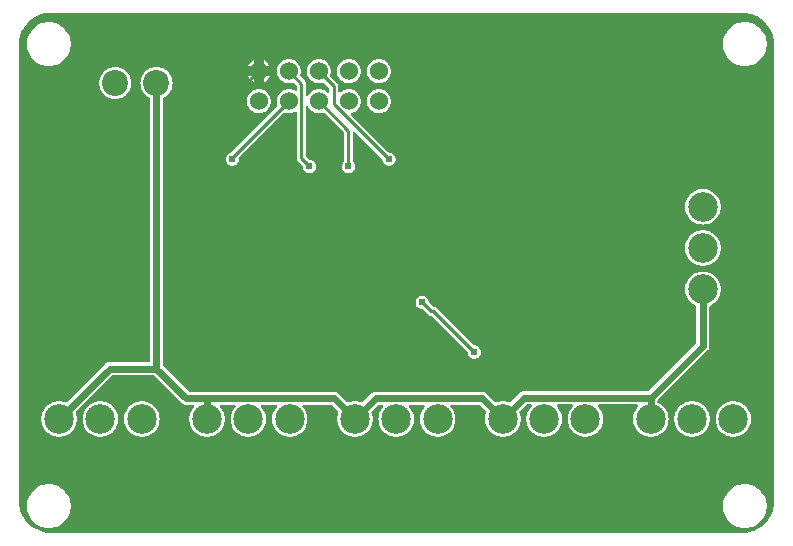
<source format=gbl>
G04 Layer: BottomLayer*
G04 EasyEDA v6.5.29, 2023-07-15 16:34:33*
G04 ff16eedd4ae041ca9ad6f45f5caac9ae,10*
G04 Gerber Generator version 0.2*
G04 Scale: 100 percent, Rotated: No, Reflected: No *
G04 Dimensions in millimeters *
G04 leading zeros omitted , absolute positions ,4 integer and 5 decimal *
%FSLAX45Y45*%
%MOMM*%

%ADD10C,0.6000*%
%ADD11C,0.2540*%
%ADD12C,2.5000*%
%ADD13C,2.2000*%
%ADD14C,1.5240*%
%ADD15C,0.6100*%
%ADD16C,0.0127*%

%LPD*%
G36*
X1519885Y4572508D02*
G01*
X1497279Y4573422D01*
X1475943Y4575962D01*
X1454810Y4580178D01*
X1434134Y4586071D01*
X1413967Y4593539D01*
X1394409Y4602581D01*
X1375664Y4613148D01*
X1357782Y4625086D01*
X1340916Y4638446D01*
X1325118Y4653076D01*
X1310538Y4668926D01*
X1297228Y4685842D01*
X1285341Y4703724D01*
X1274826Y4722520D01*
X1265834Y4742078D01*
X1258417Y4762296D01*
X1252626Y4783023D01*
X1248460Y4804105D01*
X1245971Y4825492D01*
X1245108Y4847285D01*
X1245108Y8703614D01*
X1246022Y8726170D01*
X1248562Y8747556D01*
X1252829Y8768638D01*
X1258671Y8789365D01*
X1266139Y8809532D01*
X1275181Y8829040D01*
X1285748Y8847836D01*
X1297736Y8865666D01*
X1311046Y8882583D01*
X1325676Y8898331D01*
X1341526Y8912910D01*
X1358442Y8926220D01*
X1376324Y8938158D01*
X1395120Y8948674D01*
X1414678Y8957614D01*
X1434896Y8965031D01*
X1455623Y8970873D01*
X1476705Y8975039D01*
X1498092Y8977528D01*
X1519885Y8978392D01*
X7364984Y8978392D01*
X7387590Y8977477D01*
X7408925Y8974886D01*
X7430058Y8970670D01*
X7450734Y8964777D01*
X7470952Y8957310D01*
X7490459Y8948267D01*
X7509205Y8937752D01*
X7527086Y8925763D01*
X7543952Y8912402D01*
X7559751Y8897772D01*
X7574330Y8881973D01*
X7587640Y8865057D01*
X7599578Y8847124D01*
X7610043Y8828328D01*
X7619034Y8808770D01*
X7626451Y8788603D01*
X7632242Y8767876D01*
X7636408Y8746744D01*
X7638948Y8725408D01*
X7639761Y8703614D01*
X7639761Y4847285D01*
X7638846Y4824679D01*
X7636306Y4803343D01*
X7632090Y4782210D01*
X7626197Y4761534D01*
X7618730Y4741367D01*
X7609687Y4721809D01*
X7599172Y4703064D01*
X7587183Y4685182D01*
X7573822Y4668316D01*
X7559192Y4652518D01*
X7543342Y4637938D01*
X7526426Y4624628D01*
X7508544Y4612690D01*
X7489748Y4602226D01*
X7470190Y4593234D01*
X7449972Y4585817D01*
X7429296Y4580026D01*
X7408164Y4575860D01*
X7386777Y4573371D01*
X7364984Y4572508D01*
G37*

%LPC*%
G36*
X3184804Y8528050D02*
G01*
X3232150Y8528050D01*
X3232150Y8575395D01*
X3221685Y8569655D01*
X3210712Y8561578D01*
X3200908Y8552078D01*
X3192424Y8541359D01*
X3185464Y8529624D01*
G37*
G36*
X1489202Y4614926D02*
G01*
X1507998Y4614926D01*
X1526743Y4616856D01*
X1545183Y4620615D01*
X1563166Y4626254D01*
X1580489Y4633722D01*
X1596948Y4642866D01*
X1612392Y4653584D01*
X1626666Y4665878D01*
X1639671Y4679492D01*
X1651152Y4694428D01*
X1661160Y4710379D01*
X1669440Y4727295D01*
X1675993Y4744974D01*
X1680667Y4763160D01*
X1683562Y4781804D01*
X1684477Y4800600D01*
X1683562Y4819396D01*
X1680667Y4838039D01*
X1675993Y4856226D01*
X1669440Y4873904D01*
X1661160Y4890820D01*
X1651152Y4906772D01*
X1639671Y4921707D01*
X1626666Y4935321D01*
X1612392Y4947615D01*
X1596948Y4958334D01*
X1580489Y4967478D01*
X1563166Y4974945D01*
X1545183Y4980584D01*
X1526743Y4984343D01*
X1507998Y4986274D01*
X1489202Y4986274D01*
X1470456Y4984343D01*
X1452016Y4980584D01*
X1434033Y4974945D01*
X1416710Y4967478D01*
X1400251Y4958334D01*
X1384808Y4947615D01*
X1370533Y4935321D01*
X1357528Y4921707D01*
X1346047Y4906772D01*
X1336040Y4890820D01*
X1327759Y4873904D01*
X1321206Y4856226D01*
X1316532Y4838039D01*
X1313637Y4819396D01*
X1312722Y4800600D01*
X1313637Y4781804D01*
X1316532Y4763160D01*
X1321206Y4744974D01*
X1327759Y4727295D01*
X1336040Y4710379D01*
X1346047Y4694428D01*
X1357528Y4679492D01*
X1370533Y4665878D01*
X1384808Y4653584D01*
X1400251Y4642866D01*
X1416710Y4633722D01*
X1434033Y4626254D01*
X1452016Y4620615D01*
X1470456Y4616856D01*
G37*
G36*
X1935480Y5386324D02*
G01*
X1952345Y5387238D01*
X1969058Y5390083D01*
X1985314Y5394756D01*
X2000961Y5401259D01*
X2015743Y5409438D01*
X2029561Y5419242D01*
X2042160Y5430520D01*
X2053437Y5443118D01*
X2063242Y5456936D01*
X2071420Y5471718D01*
X2077872Y5487365D01*
X2082596Y5503621D01*
X2085390Y5520283D01*
X2086356Y5537200D01*
X2085390Y5554116D01*
X2082596Y5570778D01*
X2077872Y5587034D01*
X2071420Y5602681D01*
X2063242Y5617464D01*
X2053437Y5631281D01*
X2042160Y5643880D01*
X2029561Y5655157D01*
X2015743Y5664962D01*
X2000961Y5673140D01*
X1985314Y5679643D01*
X1969058Y5684316D01*
X1952345Y5687161D01*
X1935480Y5688076D01*
X1918563Y5687161D01*
X1901901Y5684316D01*
X1885645Y5679643D01*
X1869998Y5673140D01*
X1855216Y5664962D01*
X1841398Y5655157D01*
X1828749Y5643880D01*
X1817522Y5631281D01*
X1807718Y5617464D01*
X1799539Y5602681D01*
X1793036Y5587034D01*
X1788363Y5570778D01*
X1785518Y5554116D01*
X1784553Y5537200D01*
X1785518Y5520283D01*
X1788363Y5503621D01*
X1793036Y5487365D01*
X1799539Y5471718D01*
X1807718Y5456936D01*
X1817522Y5443118D01*
X1828749Y5430520D01*
X1841398Y5419242D01*
X1855216Y5409438D01*
X1869998Y5401259D01*
X1885645Y5394756D01*
X1901901Y5390083D01*
X1918563Y5387238D01*
G37*
G36*
X2285492Y5386324D02*
G01*
X2302357Y5387238D01*
X2319070Y5390083D01*
X2335326Y5394756D01*
X2350922Y5401259D01*
X2365756Y5409438D01*
X2379573Y5419242D01*
X2392172Y5430520D01*
X2403449Y5443118D01*
X2413254Y5456936D01*
X2421432Y5471718D01*
X2427884Y5487365D01*
X2432558Y5503621D01*
X2435402Y5520283D01*
X2436368Y5537200D01*
X2435402Y5554116D01*
X2432558Y5570778D01*
X2427884Y5587034D01*
X2421432Y5602681D01*
X2413254Y5617464D01*
X2403449Y5631281D01*
X2392172Y5643880D01*
X2379573Y5655157D01*
X2365756Y5664962D01*
X2350922Y5673140D01*
X2335326Y5679643D01*
X2319070Y5684316D01*
X2302357Y5687161D01*
X2285492Y5688076D01*
X2268575Y5687161D01*
X2251913Y5684316D01*
X2235657Y5679643D01*
X2220010Y5673140D01*
X2205177Y5664962D01*
X2191410Y5655157D01*
X2178761Y5643880D01*
X2167483Y5631281D01*
X2157730Y5617464D01*
X2149500Y5602681D01*
X2143048Y5587034D01*
X2138375Y5570778D01*
X2135530Y5554116D01*
X2134565Y5537200D01*
X2135530Y5520283D01*
X2138375Y5503621D01*
X2143048Y5487365D01*
X2149500Y5471718D01*
X2157730Y5456936D01*
X2167483Y5443118D01*
X2178761Y5430520D01*
X2191410Y5419242D01*
X2205177Y5409438D01*
X2220010Y5401259D01*
X2235657Y5394756D01*
X2251913Y5390083D01*
X2268575Y5387238D01*
G37*
G36*
X6944359Y5386324D02*
G01*
X6961225Y5387238D01*
X6977938Y5390083D01*
X6994194Y5394756D01*
X7009841Y5401259D01*
X7024624Y5409438D01*
X7038441Y5419242D01*
X7051040Y5430520D01*
X7062317Y5443118D01*
X7072122Y5456936D01*
X7080300Y5471718D01*
X7086752Y5487365D01*
X7091476Y5503621D01*
X7094270Y5520283D01*
X7095236Y5537200D01*
X7094270Y5554116D01*
X7091476Y5570778D01*
X7086752Y5587034D01*
X7080300Y5602681D01*
X7072122Y5617464D01*
X7062317Y5631281D01*
X7051040Y5643880D01*
X7038441Y5655157D01*
X7024624Y5664962D01*
X7009841Y5673140D01*
X6994194Y5679643D01*
X6977938Y5684316D01*
X6961225Y5687161D01*
X6944359Y5688076D01*
X6927443Y5687161D01*
X6910781Y5684316D01*
X6894525Y5679643D01*
X6878878Y5673140D01*
X6864096Y5664962D01*
X6850278Y5655157D01*
X6837629Y5643880D01*
X6826402Y5631281D01*
X6816598Y5617464D01*
X6808419Y5602681D01*
X6801916Y5587034D01*
X6797243Y5570778D01*
X6794398Y5554116D01*
X6793433Y5537200D01*
X6794398Y5520283D01*
X6797243Y5503621D01*
X6801916Y5487365D01*
X6808419Y5471718D01*
X6816598Y5456936D01*
X6826402Y5443118D01*
X6837629Y5430520D01*
X6850278Y5419242D01*
X6864096Y5409438D01*
X6878878Y5401259D01*
X6894525Y5394756D01*
X6910781Y5390083D01*
X6927443Y5387238D01*
G37*
G36*
X7294372Y5386324D02*
G01*
X7311237Y5387238D01*
X7327950Y5390083D01*
X7344206Y5394756D01*
X7359802Y5401259D01*
X7374636Y5409438D01*
X7388453Y5419242D01*
X7401052Y5430520D01*
X7412329Y5443118D01*
X7422134Y5456936D01*
X7430312Y5471718D01*
X7436764Y5487365D01*
X7441438Y5503621D01*
X7444282Y5520283D01*
X7445248Y5537200D01*
X7444282Y5554116D01*
X7441438Y5570778D01*
X7436764Y5587034D01*
X7430312Y5602681D01*
X7422134Y5617464D01*
X7412329Y5631281D01*
X7401052Y5643880D01*
X7388453Y5655157D01*
X7374636Y5664962D01*
X7359802Y5673140D01*
X7344206Y5679643D01*
X7327950Y5684316D01*
X7311237Y5687161D01*
X7294372Y5688076D01*
X7277455Y5687161D01*
X7260793Y5684316D01*
X7244537Y5679643D01*
X7228890Y5673140D01*
X7214057Y5664962D01*
X7200290Y5655157D01*
X7187641Y5643880D01*
X7176363Y5631281D01*
X7166609Y5617464D01*
X7158380Y5602681D01*
X7151928Y5587034D01*
X7147255Y5570778D01*
X7144410Y5554116D01*
X7143445Y5537200D01*
X7144410Y5520283D01*
X7147255Y5503621D01*
X7151928Y5487365D01*
X7158380Y5471718D01*
X7166609Y5456936D01*
X7176363Y5443118D01*
X7187641Y5430520D01*
X7200290Y5419242D01*
X7214057Y5409438D01*
X7228890Y5401259D01*
X7244537Y5394756D01*
X7260793Y5390083D01*
X7277455Y5387238D01*
G37*
G36*
X1585468Y5386324D02*
G01*
X1602384Y5387238D01*
X1619046Y5390083D01*
X1635302Y5394756D01*
X1650949Y5401259D01*
X1665732Y5409438D01*
X1679549Y5419242D01*
X1692148Y5430520D01*
X1703425Y5443118D01*
X1713230Y5456936D01*
X1721408Y5471718D01*
X1727911Y5487365D01*
X1732584Y5503621D01*
X1735429Y5520283D01*
X1736343Y5537200D01*
X1735429Y5554116D01*
X1732584Y5570778D01*
X1727911Y5587034D01*
X1726539Y5590336D01*
X1725777Y5594197D01*
X1726539Y5598109D01*
X1728724Y5601411D01*
X2033168Y5905855D01*
X2036470Y5908040D01*
X2040382Y5908802D01*
X2382824Y5908802D01*
X2386736Y5908040D01*
X2390038Y5905855D01*
X2622245Y5673648D01*
X2626004Y5670194D01*
X2629865Y5667197D01*
X2633980Y5664606D01*
X2638298Y5662320D01*
X2642819Y5660491D01*
X2647442Y5659018D01*
X2652217Y5657951D01*
X2657043Y5657291D01*
X2662123Y5657088D01*
X2720086Y5657088D01*
X2723896Y5656376D01*
X2727147Y5654243D01*
X2729331Y5651093D01*
X2730246Y5647334D01*
X2729636Y5643473D01*
X2727655Y5640171D01*
X2719730Y5631281D01*
X2709926Y5617464D01*
X2701747Y5602681D01*
X2695244Y5587034D01*
X2690571Y5570778D01*
X2687726Y5554116D01*
X2686812Y5537200D01*
X2687726Y5520283D01*
X2690571Y5503621D01*
X2695244Y5487365D01*
X2701747Y5471718D01*
X2709926Y5456936D01*
X2719730Y5443118D01*
X2731008Y5430520D01*
X2743606Y5419242D01*
X2757424Y5409438D01*
X2772206Y5401259D01*
X2787853Y5394756D01*
X2804109Y5390083D01*
X2820771Y5387238D01*
X2837688Y5386324D01*
X2854604Y5387238D01*
X2871266Y5390083D01*
X2887522Y5394756D01*
X2903169Y5401259D01*
X2917952Y5409438D01*
X2931769Y5419242D01*
X2944368Y5430520D01*
X2955645Y5443118D01*
X2965450Y5456936D01*
X2973628Y5471718D01*
X2980131Y5487365D01*
X2984804Y5503621D01*
X2987649Y5520283D01*
X2988564Y5537200D01*
X2987649Y5554116D01*
X2984804Y5570778D01*
X2980131Y5587034D01*
X2973628Y5602681D01*
X2965450Y5617464D01*
X2955645Y5631281D01*
X2947720Y5640171D01*
X2945739Y5643473D01*
X2945130Y5647334D01*
X2946044Y5651093D01*
X2948228Y5654243D01*
X2951480Y5656376D01*
X2955290Y5657088D01*
X3070098Y5657088D01*
X3073857Y5656376D01*
X3077108Y5654243D01*
X3079343Y5651093D01*
X3080258Y5647334D01*
X3079648Y5643473D01*
X3077667Y5640171D01*
X3069742Y5631281D01*
X3059938Y5617464D01*
X3051759Y5602681D01*
X3045256Y5587034D01*
X3040583Y5570778D01*
X3037738Y5554116D01*
X3036773Y5537200D01*
X3037738Y5520283D01*
X3040583Y5503621D01*
X3045256Y5487365D01*
X3051759Y5471718D01*
X3059938Y5456936D01*
X3069742Y5443118D01*
X3080969Y5430520D01*
X3093618Y5419242D01*
X3107436Y5409438D01*
X3122218Y5401259D01*
X3137865Y5394756D01*
X3154121Y5390083D01*
X3170783Y5387238D01*
X3187700Y5386324D01*
X3204565Y5387238D01*
X3221278Y5390083D01*
X3237534Y5394756D01*
X3253181Y5401259D01*
X3267964Y5409438D01*
X3281781Y5419242D01*
X3294379Y5430520D01*
X3305657Y5443118D01*
X3315462Y5456936D01*
X3323640Y5471718D01*
X3330092Y5487365D01*
X3334816Y5503621D01*
X3337610Y5520283D01*
X3338576Y5537200D01*
X3337610Y5554116D01*
X3334816Y5570778D01*
X3330092Y5587034D01*
X3323640Y5602681D01*
X3315462Y5617464D01*
X3305657Y5631281D01*
X3297732Y5640171D01*
X3295751Y5643473D01*
X3295142Y5647334D01*
X3296005Y5651093D01*
X3298240Y5654243D01*
X3301492Y5656376D01*
X3305301Y5657088D01*
X3420059Y5657088D01*
X3423869Y5656376D01*
X3427120Y5654243D01*
X3429355Y5651093D01*
X3430219Y5647334D01*
X3429660Y5643473D01*
X3427679Y5640171D01*
X3419703Y5631281D01*
X3409950Y5617464D01*
X3401720Y5602681D01*
X3395268Y5587034D01*
X3390595Y5570778D01*
X3387750Y5554116D01*
X3386785Y5537200D01*
X3387750Y5520283D01*
X3390595Y5503621D01*
X3395268Y5487365D01*
X3401720Y5471718D01*
X3409950Y5456936D01*
X3419703Y5443118D01*
X3430981Y5430520D01*
X3443630Y5419242D01*
X3457397Y5409438D01*
X3472230Y5401259D01*
X3487877Y5394756D01*
X3504133Y5390083D01*
X3520795Y5387238D01*
X3537712Y5386324D01*
X3554577Y5387238D01*
X3571290Y5390083D01*
X3587546Y5394756D01*
X3603142Y5401259D01*
X3617976Y5409438D01*
X3631793Y5419242D01*
X3644392Y5430520D01*
X3655669Y5443118D01*
X3665474Y5456936D01*
X3673652Y5471718D01*
X3680104Y5487365D01*
X3684778Y5503621D01*
X3687622Y5520283D01*
X3688587Y5537200D01*
X3687622Y5554116D01*
X3684778Y5570778D01*
X3680104Y5587034D01*
X3673652Y5602681D01*
X3665474Y5617464D01*
X3655669Y5631281D01*
X3647744Y5640171D01*
X3645763Y5643473D01*
X3645154Y5647334D01*
X3646017Y5651093D01*
X3648252Y5654243D01*
X3651504Y5656376D01*
X3655314Y5657088D01*
X3886758Y5657088D01*
X3890670Y5656326D01*
X3893972Y5654141D01*
X3946651Y5601411D01*
X3948836Y5598109D01*
X3949649Y5594248D01*
X3948836Y5590336D01*
X3947464Y5587034D01*
X3942791Y5570778D01*
X3939946Y5554116D01*
X3939032Y5537200D01*
X3939946Y5520283D01*
X3942791Y5503621D01*
X3947464Y5487365D01*
X3953967Y5471718D01*
X3962146Y5456936D01*
X3971950Y5443118D01*
X3983228Y5430520D01*
X3995826Y5419242D01*
X4009644Y5409438D01*
X4024426Y5401259D01*
X4040073Y5394756D01*
X4056329Y5390083D01*
X4072991Y5387238D01*
X4089908Y5386324D01*
X4106824Y5387238D01*
X4123486Y5390083D01*
X4139742Y5394756D01*
X4155389Y5401259D01*
X4170172Y5409438D01*
X4183989Y5419242D01*
X4196588Y5430520D01*
X4207865Y5443118D01*
X4217670Y5456936D01*
X4225848Y5471718D01*
X4232351Y5487365D01*
X4237024Y5503621D01*
X4239869Y5520283D01*
X4240784Y5537200D01*
X4239869Y5554116D01*
X4237024Y5570778D01*
X4232351Y5587034D01*
X4230979Y5590336D01*
X4230217Y5594197D01*
X4230979Y5598109D01*
X4233164Y5601411D01*
X4285183Y5653379D01*
X4288485Y5655564D01*
X4292346Y5656376D01*
X4321657Y5656376D01*
X4325467Y5655614D01*
X4328668Y5653532D01*
X4330903Y5650331D01*
X4331817Y5646572D01*
X4331208Y5642762D01*
X4329226Y5639409D01*
X4321962Y5631281D01*
X4312158Y5617464D01*
X4303979Y5602681D01*
X4297476Y5587034D01*
X4292803Y5570778D01*
X4289958Y5554116D01*
X4288993Y5537200D01*
X4289958Y5520283D01*
X4292803Y5503621D01*
X4297476Y5487365D01*
X4303979Y5471718D01*
X4312158Y5456936D01*
X4321962Y5443118D01*
X4333189Y5430520D01*
X4345838Y5419242D01*
X4359656Y5409438D01*
X4374438Y5401259D01*
X4390085Y5394756D01*
X4406341Y5390083D01*
X4423003Y5387238D01*
X4439920Y5386324D01*
X4456785Y5387238D01*
X4473498Y5390083D01*
X4489754Y5394756D01*
X4505401Y5401259D01*
X4520184Y5409438D01*
X4534001Y5419242D01*
X4546600Y5430520D01*
X4557877Y5443118D01*
X4567682Y5456936D01*
X4575860Y5471718D01*
X4582312Y5487365D01*
X4587036Y5503621D01*
X4589830Y5520283D01*
X4590796Y5537200D01*
X4589830Y5554116D01*
X4587036Y5570778D01*
X4582312Y5587034D01*
X4575860Y5602681D01*
X4567682Y5617464D01*
X4557877Y5631281D01*
X4550613Y5639409D01*
X4548632Y5642762D01*
X4548022Y5646572D01*
X4548886Y5650331D01*
X4551121Y5653532D01*
X4554372Y5655614D01*
X4558182Y5656376D01*
X4671669Y5656376D01*
X4675428Y5655614D01*
X4678680Y5653532D01*
X4680915Y5650331D01*
X4681778Y5646572D01*
X4681220Y5642762D01*
X4679238Y5639409D01*
X4671923Y5631281D01*
X4662170Y5617464D01*
X4653940Y5602681D01*
X4647488Y5587034D01*
X4642815Y5570778D01*
X4639970Y5554116D01*
X4639005Y5537200D01*
X4639970Y5520283D01*
X4642815Y5503621D01*
X4647488Y5487365D01*
X4653940Y5471718D01*
X4662170Y5456936D01*
X4671923Y5443118D01*
X4683201Y5430520D01*
X4695850Y5419242D01*
X4709617Y5409438D01*
X4724450Y5401259D01*
X4740097Y5394756D01*
X4756353Y5390083D01*
X4773015Y5387238D01*
X4789932Y5386324D01*
X4806797Y5387238D01*
X4823510Y5390083D01*
X4839766Y5394756D01*
X4855362Y5401259D01*
X4870196Y5409438D01*
X4884013Y5419242D01*
X4896612Y5430520D01*
X4907889Y5443118D01*
X4917694Y5456936D01*
X4925872Y5471718D01*
X4932324Y5487365D01*
X4936998Y5503621D01*
X4939842Y5520283D01*
X4940808Y5537200D01*
X4939842Y5554116D01*
X4936998Y5570778D01*
X4932324Y5587034D01*
X4925872Y5602681D01*
X4917694Y5617464D01*
X4907889Y5631281D01*
X4900625Y5639409D01*
X4898644Y5642762D01*
X4898034Y5646572D01*
X4898898Y5650331D01*
X4901133Y5653532D01*
X4904384Y5655614D01*
X4908194Y5656376D01*
X5139740Y5656376D01*
X5143601Y5655564D01*
X5146903Y5653379D01*
X5198872Y5601411D01*
X5201056Y5598109D01*
X5201869Y5594248D01*
X5201056Y5590336D01*
X5199684Y5587034D01*
X5195011Y5570778D01*
X5192166Y5554116D01*
X5191252Y5537200D01*
X5192166Y5520283D01*
X5195011Y5503621D01*
X5199684Y5487365D01*
X5206187Y5471718D01*
X5214366Y5456936D01*
X5224170Y5443118D01*
X5235448Y5430520D01*
X5248046Y5419242D01*
X5261864Y5409438D01*
X5276646Y5401259D01*
X5292293Y5394756D01*
X5308549Y5390083D01*
X5325211Y5387238D01*
X5342128Y5386324D01*
X5359044Y5387238D01*
X5375706Y5390083D01*
X5391962Y5394756D01*
X5407609Y5401259D01*
X5422392Y5409438D01*
X5436209Y5419242D01*
X5448808Y5430520D01*
X5460085Y5443118D01*
X5469890Y5456936D01*
X5478068Y5471718D01*
X5484571Y5487365D01*
X5489244Y5503621D01*
X5492089Y5520283D01*
X5493004Y5537200D01*
X5492089Y5554116D01*
X5489244Y5570778D01*
X5484571Y5587034D01*
X5483199Y5590336D01*
X5482437Y5594197D01*
X5483199Y5598109D01*
X5485384Y5601411D01*
X5541670Y5657697D01*
X5544972Y5659882D01*
X5548884Y5660644D01*
X5577687Y5660644D01*
X5581497Y5659932D01*
X5584748Y5657799D01*
X5586984Y5654649D01*
X5587847Y5650890D01*
X5587238Y5647029D01*
X5585256Y5643727D01*
X5574182Y5631281D01*
X5564378Y5617464D01*
X5556199Y5602681D01*
X5549696Y5587034D01*
X5545023Y5570778D01*
X5542178Y5554116D01*
X5541213Y5537200D01*
X5542178Y5520283D01*
X5545023Y5503621D01*
X5549696Y5487365D01*
X5556199Y5471718D01*
X5564378Y5456936D01*
X5574182Y5443118D01*
X5585409Y5430520D01*
X5598058Y5419242D01*
X5611876Y5409438D01*
X5626658Y5401259D01*
X5642305Y5394756D01*
X5658561Y5390083D01*
X5675223Y5387238D01*
X5692140Y5386324D01*
X5709005Y5387238D01*
X5725718Y5390083D01*
X5741974Y5394756D01*
X5757621Y5401259D01*
X5772404Y5409438D01*
X5786221Y5419242D01*
X5798820Y5430520D01*
X5810097Y5443118D01*
X5819902Y5456936D01*
X5828080Y5471718D01*
X5834532Y5487365D01*
X5839256Y5503621D01*
X5842050Y5520283D01*
X5843016Y5537200D01*
X5842050Y5554116D01*
X5839256Y5570778D01*
X5834532Y5587034D01*
X5828080Y5602681D01*
X5819902Y5617464D01*
X5810097Y5631281D01*
X5798972Y5643727D01*
X5796991Y5647029D01*
X5796432Y5650890D01*
X5797296Y5654649D01*
X5799531Y5657799D01*
X5802782Y5659932D01*
X5806541Y5660644D01*
X5927699Y5660644D01*
X5931509Y5659932D01*
X5934760Y5657799D01*
X5936996Y5654649D01*
X5937859Y5650890D01*
X5937250Y5647029D01*
X5935268Y5643727D01*
X5924143Y5631281D01*
X5914390Y5617464D01*
X5906160Y5602681D01*
X5899708Y5587034D01*
X5895035Y5570778D01*
X5892190Y5554116D01*
X5891225Y5537200D01*
X5892190Y5520283D01*
X5895035Y5503621D01*
X5899708Y5487365D01*
X5906160Y5471718D01*
X5914390Y5456936D01*
X5924143Y5443118D01*
X5935421Y5430520D01*
X5948070Y5419242D01*
X5961837Y5409438D01*
X5976670Y5401259D01*
X5992317Y5394756D01*
X6008573Y5390083D01*
X6025235Y5387238D01*
X6042152Y5386324D01*
X6059017Y5387238D01*
X6075730Y5390083D01*
X6091986Y5394756D01*
X6107582Y5401259D01*
X6122416Y5409438D01*
X6136233Y5419242D01*
X6148832Y5430520D01*
X6160109Y5443118D01*
X6169914Y5456936D01*
X6178092Y5471718D01*
X6184544Y5487365D01*
X6189218Y5503621D01*
X6192062Y5520283D01*
X6193028Y5537200D01*
X6192062Y5554116D01*
X6189218Y5570778D01*
X6184544Y5587034D01*
X6178092Y5602681D01*
X6169914Y5617464D01*
X6160109Y5631281D01*
X6148984Y5643727D01*
X6147003Y5647029D01*
X6146393Y5650890D01*
X6147308Y5654649D01*
X6149492Y5657799D01*
X6152743Y5659932D01*
X6156553Y5660644D01*
X6479895Y5660644D01*
X6483705Y5659932D01*
X6486956Y5657799D01*
X6489192Y5654649D01*
X6490055Y5650890D01*
X6489496Y5647029D01*
X6487515Y5643727D01*
X6476390Y5631281D01*
X6466586Y5617464D01*
X6458407Y5602681D01*
X6451904Y5587034D01*
X6447231Y5570778D01*
X6444386Y5554116D01*
X6443472Y5537200D01*
X6444386Y5520283D01*
X6447231Y5503621D01*
X6451904Y5487365D01*
X6458407Y5471718D01*
X6466586Y5456936D01*
X6476390Y5443118D01*
X6487668Y5430520D01*
X6500266Y5419242D01*
X6514084Y5409438D01*
X6528866Y5401259D01*
X6544513Y5394756D01*
X6560769Y5390083D01*
X6577431Y5387238D01*
X6594348Y5386324D01*
X6611264Y5387238D01*
X6627926Y5390083D01*
X6644182Y5394756D01*
X6659829Y5401259D01*
X6674612Y5409438D01*
X6688429Y5419242D01*
X6701028Y5430520D01*
X6712305Y5443118D01*
X6722109Y5456936D01*
X6730288Y5471718D01*
X6736791Y5487365D01*
X6741464Y5503621D01*
X6744309Y5520283D01*
X6745224Y5537200D01*
X6744309Y5554116D01*
X6741464Y5570778D01*
X6736791Y5587034D01*
X6730288Y5602681D01*
X6722109Y5617464D01*
X6712305Y5631281D01*
X6701028Y5643880D01*
X6688429Y5655157D01*
X6674612Y5664962D01*
X6659829Y5673140D01*
X6656578Y5674512D01*
X6653275Y5676696D01*
X6651040Y5679998D01*
X6650278Y5683910D01*
X6650278Y5689193D01*
X6651040Y5693054D01*
X6653275Y5696356D01*
X7075170Y6118301D01*
X7078624Y6122060D01*
X7081570Y6125921D01*
X7084212Y6130036D01*
X7086447Y6134354D01*
X7088327Y6138875D01*
X7089800Y6143498D01*
X7090867Y6148273D01*
X7091476Y6153099D01*
X7091730Y6158230D01*
X7091730Y6488277D01*
X7092492Y6492189D01*
X7094677Y6495491D01*
X7097979Y6497675D01*
X7101281Y6499047D01*
X7116064Y6507226D01*
X7129881Y6517030D01*
X7142480Y6528307D01*
X7153757Y6540906D01*
X7163562Y6554724D01*
X7171740Y6569506D01*
X7178243Y6585153D01*
X7182916Y6601409D01*
X7185761Y6618071D01*
X7186675Y6634988D01*
X7185761Y6651904D01*
X7182916Y6668566D01*
X7178243Y6684822D01*
X7171740Y6700469D01*
X7163562Y6715252D01*
X7153757Y6729069D01*
X7142480Y6741668D01*
X7129881Y6752945D01*
X7116064Y6762750D01*
X7101281Y6770928D01*
X7085634Y6777431D01*
X7069378Y6782104D01*
X7052716Y6784949D01*
X7035800Y6785864D01*
X7018883Y6784949D01*
X7002221Y6782104D01*
X6985965Y6777431D01*
X6970318Y6770928D01*
X6955536Y6762750D01*
X6941718Y6752945D01*
X6929120Y6741668D01*
X6917842Y6729069D01*
X6908038Y6715252D01*
X6899859Y6700469D01*
X6893356Y6684822D01*
X6888683Y6668566D01*
X6885838Y6651904D01*
X6884924Y6634988D01*
X6885838Y6618071D01*
X6888683Y6601409D01*
X6893356Y6585153D01*
X6899859Y6569506D01*
X6908038Y6554724D01*
X6917842Y6540906D01*
X6929120Y6528307D01*
X6941718Y6517030D01*
X6955536Y6507226D01*
X6970318Y6499047D01*
X6973620Y6497675D01*
X6976922Y6495491D01*
X6979107Y6492189D01*
X6979869Y6488277D01*
X6979869Y6185357D01*
X6979107Y6181445D01*
X6976922Y6178143D01*
X6574180Y5775452D01*
X6570878Y5773216D01*
X6567017Y5772454D01*
X5521706Y5772454D01*
X5516626Y5772251D01*
X5511800Y5771591D01*
X5507024Y5770575D01*
X5502402Y5769102D01*
X5497880Y5767222D01*
X5493562Y5764987D01*
X5489448Y5762345D01*
X5485587Y5759399D01*
X5481828Y5755944D01*
X5406339Y5680456D01*
X5403037Y5678271D01*
X5399176Y5677458D01*
X5395264Y5678271D01*
X5391962Y5679643D01*
X5375706Y5684316D01*
X5359044Y5687161D01*
X5342128Y5688076D01*
X5325211Y5687161D01*
X5308549Y5684316D01*
X5292293Y5679643D01*
X5289042Y5678271D01*
X5285130Y5677509D01*
X5281269Y5678271D01*
X5277967Y5680456D01*
X5206796Y5751626D01*
X5203037Y5755081D01*
X5199176Y5758078D01*
X5195062Y5760669D01*
X5190744Y5762904D01*
X5186222Y5764784D01*
X5181549Y5766257D01*
X5176824Y5767324D01*
X5171948Y5767933D01*
X5166868Y5768187D01*
X4265218Y5768187D01*
X4260138Y5767933D01*
X4255262Y5767324D01*
X4250537Y5766257D01*
X4245864Y5764784D01*
X4241342Y5762904D01*
X4237024Y5760669D01*
X4232910Y5758078D01*
X4229049Y5755081D01*
X4225290Y5751626D01*
X4154119Y5680456D01*
X4150817Y5678271D01*
X4146956Y5677458D01*
X4143044Y5678271D01*
X4139742Y5679643D01*
X4123486Y5684316D01*
X4106824Y5687161D01*
X4089908Y5688076D01*
X4072991Y5687161D01*
X4056329Y5684316D01*
X4040073Y5679643D01*
X4036822Y5678271D01*
X4032910Y5677509D01*
X4029049Y5678271D01*
X4025747Y5680456D01*
X3953814Y5752388D01*
X3950055Y5755843D01*
X3946194Y5758789D01*
X3942079Y5761431D01*
X3937762Y5763666D01*
X3933240Y5765546D01*
X3928618Y5767019D01*
X3923842Y5768035D01*
X3919016Y5768695D01*
X3913936Y5768898D01*
X2689301Y5768898D01*
X2685389Y5769660D01*
X2682087Y5771896D01*
X2469083Y5984900D01*
X2466898Y5988202D01*
X2466136Y5992063D01*
X2466136Y8252002D01*
X2466797Y8255660D01*
X2468727Y8258809D01*
X2471724Y8261096D01*
X2478125Y8264296D01*
X2491333Y8272983D01*
X2503474Y8283143D01*
X2514295Y8294674D01*
X2523744Y8307324D01*
X2531618Y8320989D01*
X2537917Y8335518D01*
X2542438Y8350656D01*
X2545181Y8366201D01*
X2546096Y8382000D01*
X2545181Y8397798D01*
X2542438Y8413343D01*
X2537917Y8428482D01*
X2531618Y8443010D01*
X2523744Y8456676D01*
X2514295Y8469325D01*
X2503474Y8480856D01*
X2491333Y8491016D01*
X2478125Y8499703D01*
X2464003Y8506764D01*
X2449169Y8512200D01*
X2433777Y8515807D01*
X2418080Y8517636D01*
X2402281Y8517636D01*
X2386584Y8515807D01*
X2371242Y8512200D01*
X2356358Y8506764D01*
X2342235Y8499703D01*
X2329078Y8491016D01*
X2316937Y8480856D01*
X2306116Y8469325D01*
X2296668Y8456676D01*
X2288743Y8443010D01*
X2282494Y8428482D01*
X2277973Y8413343D01*
X2275230Y8397798D01*
X2274316Y8382000D01*
X2275230Y8366201D01*
X2277973Y8350656D01*
X2282494Y8335518D01*
X2288743Y8320989D01*
X2296668Y8307324D01*
X2306116Y8294674D01*
X2316937Y8283143D01*
X2329078Y8272983D01*
X2342235Y8264296D01*
X2348687Y8261096D01*
X2351684Y8258809D01*
X2353614Y8255660D01*
X2354275Y8252002D01*
X2354275Y6030772D01*
X2353513Y6026912D01*
X2351328Y6023610D01*
X2348026Y6021374D01*
X2344115Y6020612D01*
X2013204Y6020612D01*
X2008124Y6020409D01*
X2003298Y6019749D01*
X1998522Y6018733D01*
X1993900Y6017260D01*
X1989378Y6015380D01*
X1985060Y6013145D01*
X1980946Y6010503D01*
X1977085Y6007557D01*
X1973325Y6004102D01*
X1649679Y5680456D01*
X1646377Y5678271D01*
X1642516Y5677458D01*
X1638604Y5678271D01*
X1635302Y5679643D01*
X1619046Y5684316D01*
X1602384Y5687161D01*
X1585468Y5688076D01*
X1568551Y5687161D01*
X1551889Y5684316D01*
X1535633Y5679643D01*
X1519986Y5673140D01*
X1505204Y5664962D01*
X1491386Y5655157D01*
X1478788Y5643880D01*
X1467510Y5631281D01*
X1457706Y5617464D01*
X1449527Y5602681D01*
X1443024Y5587034D01*
X1438351Y5570778D01*
X1435506Y5554116D01*
X1434592Y5537200D01*
X1435506Y5520283D01*
X1438351Y5503621D01*
X1443024Y5487365D01*
X1449527Y5471718D01*
X1457706Y5456936D01*
X1467510Y5443118D01*
X1478788Y5430520D01*
X1491386Y5419242D01*
X1505204Y5409438D01*
X1519986Y5401259D01*
X1535633Y5394756D01*
X1551889Y5390083D01*
X1568551Y5387238D01*
G37*
G36*
X3321050Y8528050D02*
G01*
X3368243Y8528050D01*
X3364433Y8535619D01*
X3356711Y8546846D01*
X3347567Y8557006D01*
X3337153Y8565794D01*
X3325672Y8573109D01*
X3321050Y8575243D01*
G37*
G36*
X1489202Y8526526D02*
G01*
X1507998Y8526526D01*
X1526743Y8528456D01*
X1545183Y8532215D01*
X1563166Y8537854D01*
X1580489Y8545322D01*
X1596948Y8554466D01*
X1612392Y8565184D01*
X1626666Y8577478D01*
X1639671Y8591092D01*
X1651152Y8606028D01*
X1661160Y8621979D01*
X1669440Y8638895D01*
X1675993Y8656574D01*
X1680667Y8674760D01*
X1683562Y8693404D01*
X1684477Y8712200D01*
X1683562Y8730996D01*
X1680667Y8749639D01*
X1675993Y8767826D01*
X1669440Y8785504D01*
X1661160Y8802420D01*
X1651152Y8818372D01*
X1639671Y8833307D01*
X1626666Y8846921D01*
X1612392Y8859215D01*
X1596948Y8869934D01*
X1580489Y8879078D01*
X1563166Y8886545D01*
X1545183Y8892184D01*
X1526743Y8895943D01*
X1507998Y8897874D01*
X1489202Y8897874D01*
X1470456Y8895943D01*
X1452016Y8892184D01*
X1434033Y8886545D01*
X1416710Y8879078D01*
X1400251Y8869934D01*
X1384808Y8859215D01*
X1370533Y8846921D01*
X1357528Y8833307D01*
X1346047Y8818372D01*
X1336040Y8802420D01*
X1327759Y8785504D01*
X1321206Y8767826D01*
X1316532Y8749639D01*
X1313637Y8730996D01*
X1312722Y8712200D01*
X1313637Y8693404D01*
X1316532Y8674760D01*
X1321206Y8656574D01*
X1327759Y8638895D01*
X1336040Y8621979D01*
X1346047Y8606028D01*
X1357528Y8591092D01*
X1370533Y8577478D01*
X1384808Y8565184D01*
X1400251Y8554466D01*
X1416710Y8545322D01*
X1434033Y8537854D01*
X1452016Y8532215D01*
X1470456Y8528456D01*
G37*
G36*
X7382002Y8526526D02*
G01*
X7400798Y8526526D01*
X7419543Y8528456D01*
X7437983Y8532215D01*
X7455966Y8537854D01*
X7473289Y8545322D01*
X7489748Y8554466D01*
X7505192Y8565184D01*
X7519466Y8577478D01*
X7532471Y8591092D01*
X7543952Y8606028D01*
X7553959Y8621979D01*
X7562240Y8638895D01*
X7568793Y8656574D01*
X7573467Y8674760D01*
X7576362Y8693404D01*
X7577277Y8712200D01*
X7576362Y8730996D01*
X7573467Y8749639D01*
X7568793Y8767826D01*
X7562240Y8785504D01*
X7553959Y8802420D01*
X7543952Y8818372D01*
X7532471Y8833307D01*
X7519466Y8846921D01*
X7505192Y8859215D01*
X7489748Y8869934D01*
X7473289Y8879078D01*
X7455966Y8886545D01*
X7437983Y8892184D01*
X7419543Y8895943D01*
X7400798Y8897874D01*
X7382002Y8897874D01*
X7363256Y8895943D01*
X7344816Y8892184D01*
X7326833Y8886545D01*
X7309510Y8879078D01*
X7293051Y8869934D01*
X7277608Y8859215D01*
X7263333Y8846921D01*
X7250328Y8833307D01*
X7238847Y8818372D01*
X7228840Y8802420D01*
X7220559Y8785504D01*
X7214006Y8767826D01*
X7209332Y8749639D01*
X7206437Y8730996D01*
X7205522Y8712200D01*
X7206437Y8693404D01*
X7209332Y8674760D01*
X7214006Y8656574D01*
X7220559Y8638895D01*
X7228840Y8621979D01*
X7238847Y8606028D01*
X7250328Y8591092D01*
X7263333Y8577478D01*
X7277608Y8565184D01*
X7293051Y8554466D01*
X7309510Y8545322D01*
X7326833Y8537854D01*
X7344816Y8532215D01*
X7363256Y8528456D01*
G37*
G36*
X3321050Y8391956D02*
G01*
X3325672Y8394090D01*
X3337153Y8401405D01*
X3347567Y8410194D01*
X3356711Y8420354D01*
X3364433Y8431580D01*
X3368243Y8439150D01*
X3321050Y8439150D01*
G37*
G36*
X3232150Y8391804D02*
G01*
X3232150Y8439150D01*
X3184804Y8439150D01*
X3185464Y8437575D01*
X3192424Y8425840D01*
X3200908Y8415121D01*
X3210712Y8405622D01*
X3221685Y8397544D01*
G37*
G36*
X4289196Y8381593D02*
G01*
X4302810Y8382050D01*
X4316272Y8384286D01*
X4329277Y8388350D01*
X4341672Y8394090D01*
X4353153Y8401405D01*
X4363567Y8410194D01*
X4372711Y8420354D01*
X4380433Y8431580D01*
X4386580Y8443722D01*
X4391050Y8456625D01*
X4393793Y8469985D01*
X4394708Y8483600D01*
X4393793Y8497214D01*
X4391050Y8510574D01*
X4386580Y8523478D01*
X4380433Y8535619D01*
X4372711Y8546846D01*
X4363567Y8557006D01*
X4353153Y8565794D01*
X4341672Y8573109D01*
X4329277Y8578850D01*
X4316272Y8582914D01*
X4302810Y8585149D01*
X4289196Y8585606D01*
X4275632Y8584285D01*
X4262374Y8581085D01*
X4249623Y8576208D01*
X4237685Y8569655D01*
X4226712Y8561578D01*
X4216908Y8552078D01*
X4208424Y8541359D01*
X4201464Y8529624D01*
X4196181Y8517077D01*
X4192574Y8503920D01*
X4190746Y8490407D01*
X4190746Y8476792D01*
X4192574Y8463280D01*
X4196181Y8450122D01*
X4201464Y8437575D01*
X4208424Y8425840D01*
X4216908Y8415121D01*
X4226712Y8405622D01*
X4237685Y8397544D01*
X4249623Y8390991D01*
X4262374Y8386114D01*
X4275632Y8382914D01*
G37*
G36*
X4035196Y8381593D02*
G01*
X4048810Y8382050D01*
X4062272Y8384286D01*
X4075277Y8388350D01*
X4087672Y8394090D01*
X4099153Y8401405D01*
X4109567Y8410194D01*
X4118711Y8420354D01*
X4126433Y8431580D01*
X4132579Y8443722D01*
X4137050Y8456625D01*
X4139793Y8469985D01*
X4140708Y8483600D01*
X4139793Y8497214D01*
X4137050Y8510574D01*
X4132579Y8523478D01*
X4126433Y8535619D01*
X4118711Y8546846D01*
X4109567Y8557006D01*
X4099153Y8565794D01*
X4087672Y8573109D01*
X4075277Y8578850D01*
X4062272Y8582914D01*
X4048810Y8585149D01*
X4035196Y8585606D01*
X4021632Y8584285D01*
X4008374Y8581085D01*
X3995623Y8576208D01*
X3983685Y8569655D01*
X3972712Y8561578D01*
X3962908Y8552078D01*
X3954424Y8541359D01*
X3947464Y8529624D01*
X3942181Y8517077D01*
X3938574Y8503920D01*
X3936746Y8490407D01*
X3936746Y8476792D01*
X3938574Y8463280D01*
X3942181Y8450122D01*
X3947464Y8437575D01*
X3954424Y8425840D01*
X3962908Y8415121D01*
X3972712Y8405622D01*
X3983685Y8397544D01*
X3995623Y8390991D01*
X4008374Y8386114D01*
X4021632Y8382914D01*
G37*
G36*
X2052320Y8246364D02*
G01*
X2068118Y8246364D01*
X2083816Y8248192D01*
X2099157Y8251799D01*
X2114042Y8257235D01*
X2128164Y8264296D01*
X2141372Y8272983D01*
X2153462Y8283143D01*
X2164283Y8294674D01*
X2173732Y8307324D01*
X2181656Y8320989D01*
X2187905Y8335518D01*
X2192426Y8350656D01*
X2195169Y8366201D01*
X2196084Y8382000D01*
X2195169Y8397798D01*
X2192426Y8413343D01*
X2187905Y8428482D01*
X2181656Y8443010D01*
X2173732Y8456676D01*
X2164283Y8469325D01*
X2153462Y8480856D01*
X2141372Y8491016D01*
X2128164Y8499703D01*
X2114042Y8506764D01*
X2099157Y8512200D01*
X2083816Y8515807D01*
X2068118Y8517636D01*
X2052320Y8517636D01*
X2036622Y8515807D01*
X2021230Y8512200D01*
X2006396Y8506764D01*
X1992274Y8499703D01*
X1979066Y8491016D01*
X1966925Y8480856D01*
X1956104Y8469325D01*
X1946656Y8456676D01*
X1938782Y8443010D01*
X1932533Y8428482D01*
X1927961Y8413343D01*
X1925218Y8397798D01*
X1924304Y8382000D01*
X1925218Y8366201D01*
X1927961Y8350656D01*
X1932533Y8335518D01*
X1938782Y8320989D01*
X1946656Y8307324D01*
X1956104Y8294674D01*
X1966925Y8283143D01*
X1979066Y8272983D01*
X1992274Y8264296D01*
X2006396Y8257235D01*
X2021230Y8251799D01*
X2036622Y8248192D01*
G37*
G36*
X4289196Y8127593D02*
G01*
X4302810Y8128050D01*
X4316272Y8130286D01*
X4329277Y8134350D01*
X4341672Y8140090D01*
X4353153Y8147405D01*
X4363567Y8156194D01*
X4372711Y8166353D01*
X4380433Y8177580D01*
X4386580Y8189722D01*
X4391050Y8202625D01*
X4393793Y8215985D01*
X4394708Y8229600D01*
X4393793Y8243214D01*
X4391050Y8256574D01*
X4386580Y8269478D01*
X4380433Y8281619D01*
X4372711Y8292846D01*
X4363567Y8303006D01*
X4353153Y8311794D01*
X4341672Y8319109D01*
X4329277Y8324850D01*
X4316272Y8328914D01*
X4302810Y8331149D01*
X4289196Y8331606D01*
X4275632Y8330285D01*
X4262374Y8327085D01*
X4249623Y8322208D01*
X4237685Y8315655D01*
X4226712Y8307578D01*
X4216908Y8298078D01*
X4208424Y8287359D01*
X4201464Y8275624D01*
X4196181Y8263077D01*
X4192574Y8249920D01*
X4190746Y8236407D01*
X4190746Y8222792D01*
X4192574Y8209280D01*
X4196181Y8196122D01*
X4201464Y8183575D01*
X4208424Y8171840D01*
X4216908Y8161121D01*
X4226712Y8151622D01*
X4237685Y8143544D01*
X4249623Y8136991D01*
X4262374Y8132114D01*
X4275632Y8128914D01*
G37*
G36*
X3273196Y8127593D02*
G01*
X3286810Y8128050D01*
X3300272Y8130286D01*
X3313277Y8134350D01*
X3325672Y8140090D01*
X3337153Y8147405D01*
X3347567Y8156194D01*
X3356711Y8166353D01*
X3364433Y8177580D01*
X3370579Y8189722D01*
X3375050Y8202625D01*
X3377793Y8215985D01*
X3378708Y8229600D01*
X3377793Y8243214D01*
X3375050Y8256574D01*
X3370579Y8269478D01*
X3364433Y8281619D01*
X3356711Y8292846D01*
X3347567Y8303006D01*
X3337153Y8311794D01*
X3325672Y8319109D01*
X3313277Y8324850D01*
X3300272Y8328914D01*
X3286810Y8331149D01*
X3273196Y8331606D01*
X3259632Y8330285D01*
X3246374Y8327085D01*
X3233623Y8322208D01*
X3221685Y8315655D01*
X3210712Y8307578D01*
X3200908Y8298078D01*
X3192424Y8287359D01*
X3185464Y8275624D01*
X3180181Y8263077D01*
X3176574Y8249920D01*
X3174746Y8236407D01*
X3174746Y8222792D01*
X3176574Y8209280D01*
X3180181Y8196122D01*
X3185464Y8183575D01*
X3192424Y8171840D01*
X3200908Y8161121D01*
X3210712Y8151622D01*
X3221685Y8143544D01*
X3233623Y8136991D01*
X3246374Y8132114D01*
X3259632Y8128914D01*
G37*
G36*
X3705250Y7620965D02*
G01*
X3715004Y7621778D01*
X3724503Y7624318D01*
X3733393Y7628483D01*
X3741470Y7634122D01*
X3748430Y7641081D01*
X3754018Y7649108D01*
X3758184Y7658049D01*
X3760724Y7667498D01*
X3761587Y7677302D01*
X3760724Y7687106D01*
X3758184Y7696606D01*
X3754018Y7705496D01*
X3748430Y7713522D01*
X3741470Y7720482D01*
X3733393Y7726121D01*
X3724503Y7730286D01*
X3715004Y7732826D01*
X3706977Y7733538D01*
X3703574Y7734452D01*
X3700678Y7736484D01*
X3678631Y7758531D01*
X3676396Y7761833D01*
X3675634Y7765694D01*
X3675634Y8176615D01*
X3676599Y8180882D01*
X3679240Y8184388D01*
X3683101Y8186420D01*
X3687470Y8186623D01*
X3691534Y8184997D01*
X3694531Y8181797D01*
X3700424Y8171840D01*
X3708908Y8161121D01*
X3718712Y8151622D01*
X3729685Y8143544D01*
X3741623Y8136991D01*
X3754374Y8132114D01*
X3767632Y8128914D01*
X3781196Y8127593D01*
X3794810Y8128050D01*
X3808272Y8130286D01*
X3818483Y8133486D01*
X3822090Y8133892D01*
X3825646Y8133029D01*
X3828643Y8130946D01*
X3993591Y7965998D01*
X3995826Y7962696D01*
X3996588Y7958836D01*
X3996588Y7722311D01*
X3995826Y7718450D01*
X3993591Y7715148D01*
X3992016Y7713522D01*
X3986377Y7705496D01*
X3982212Y7696606D01*
X3979672Y7687106D01*
X3978808Y7677302D01*
X3979672Y7667498D01*
X3982212Y7658049D01*
X3986377Y7649108D01*
X3992016Y7641081D01*
X3998976Y7634122D01*
X4007002Y7628483D01*
X4015892Y7624318D01*
X4025392Y7621778D01*
X4035196Y7620965D01*
X4045000Y7621778D01*
X4054500Y7624318D01*
X4063390Y7628483D01*
X4071416Y7634122D01*
X4078376Y7641081D01*
X4084015Y7649108D01*
X4088180Y7658049D01*
X4090720Y7667498D01*
X4091584Y7677302D01*
X4090720Y7687106D01*
X4088180Y7696606D01*
X4084015Y7705496D01*
X4078376Y7713522D01*
X4076801Y7715148D01*
X4074566Y7718450D01*
X4073804Y7722311D01*
X4073804Y7963865D01*
X4074566Y7967776D01*
X4076801Y7971028D01*
X4080052Y7973263D01*
X4083964Y7974025D01*
X4087876Y7973263D01*
X4091127Y7971028D01*
X4319574Y7742631D01*
X4321606Y7739735D01*
X4322521Y7736331D01*
X4323232Y7728254D01*
X4325772Y7718806D01*
X4329938Y7709865D01*
X4335526Y7701838D01*
X4342485Y7694879D01*
X4350562Y7689240D01*
X4359452Y7685074D01*
X4368952Y7682534D01*
X4378706Y7681722D01*
X4388510Y7682534D01*
X4398010Y7685074D01*
X4406900Y7689240D01*
X4414977Y7694879D01*
X4421936Y7701838D01*
X4427524Y7709865D01*
X4431690Y7718806D01*
X4434230Y7728254D01*
X4435094Y7738059D01*
X4434230Y7747863D01*
X4431690Y7757363D01*
X4427524Y7766253D01*
X4421936Y7774279D01*
X4414977Y7781239D01*
X4406900Y7786878D01*
X4398010Y7791043D01*
X4388510Y7793583D01*
X4380484Y7794294D01*
X4377080Y7795209D01*
X4374184Y7797241D01*
X4058005Y8113369D01*
X4055719Y8116874D01*
X4055059Y8120938D01*
X4056024Y8124952D01*
X4058564Y8128253D01*
X4062171Y8130286D01*
X4075277Y8134350D01*
X4087672Y8140090D01*
X4099153Y8147405D01*
X4109567Y8156194D01*
X4118711Y8166353D01*
X4126433Y8177580D01*
X4132579Y8189722D01*
X4137050Y8202625D01*
X4139793Y8215985D01*
X4140708Y8229600D01*
X4139793Y8243214D01*
X4137050Y8256574D01*
X4132579Y8269478D01*
X4126433Y8281619D01*
X4118711Y8292846D01*
X4109567Y8303006D01*
X4099153Y8311794D01*
X4087672Y8319109D01*
X4075277Y8324850D01*
X4062272Y8328914D01*
X4048810Y8331149D01*
X4035196Y8331606D01*
X4021632Y8330285D01*
X4008374Y8327085D01*
X3995623Y8322208D01*
X3983685Y8315655D01*
X3972712Y8307578D01*
X3967429Y8302447D01*
X3964127Y8300313D01*
X3960266Y8299602D01*
X3956405Y8300415D01*
X3953154Y8302650D01*
X3950970Y8305901D01*
X3950208Y8309762D01*
X3950208Y8356092D01*
X3949395Y8364118D01*
X3947210Y8371382D01*
X3943654Y8378037D01*
X3938524Y8384235D01*
X3883202Y8439607D01*
X3881069Y8442706D01*
X3880256Y8446363D01*
X3880815Y8450122D01*
X3883050Y8456625D01*
X3885793Y8469985D01*
X3886708Y8483600D01*
X3885793Y8497214D01*
X3883050Y8510574D01*
X3878579Y8523478D01*
X3872433Y8535619D01*
X3864711Y8546846D01*
X3855567Y8557006D01*
X3845153Y8565794D01*
X3833672Y8573109D01*
X3821277Y8578850D01*
X3808272Y8582914D01*
X3794810Y8585149D01*
X3781196Y8585606D01*
X3767632Y8584285D01*
X3754374Y8581085D01*
X3741623Y8576208D01*
X3729685Y8569655D01*
X3718712Y8561578D01*
X3708908Y8552078D01*
X3700424Y8541359D01*
X3693464Y8529624D01*
X3688181Y8517077D01*
X3684574Y8503920D01*
X3682746Y8490407D01*
X3682746Y8476792D01*
X3684574Y8463280D01*
X3688181Y8450122D01*
X3693464Y8437575D01*
X3700424Y8425840D01*
X3708908Y8415121D01*
X3718712Y8405622D01*
X3729685Y8397544D01*
X3741623Y8390991D01*
X3754374Y8386114D01*
X3767632Y8382914D01*
X3781196Y8381593D01*
X3794810Y8382050D01*
X3808272Y8384286D01*
X3818483Y8387486D01*
X3822090Y8387892D01*
X3825646Y8387029D01*
X3828643Y8384946D01*
X3869994Y8343595D01*
X3872229Y8340293D01*
X3872992Y8336432D01*
X3872992Y8310118D01*
X3872280Y8306358D01*
X3870198Y8303107D01*
X3867099Y8300872D01*
X3863390Y8299958D01*
X3859580Y8300466D01*
X3856278Y8302345D01*
X3845153Y8311794D01*
X3833672Y8319109D01*
X3821277Y8324850D01*
X3808272Y8328914D01*
X3794810Y8331149D01*
X3781196Y8331606D01*
X3767632Y8330285D01*
X3754374Y8327085D01*
X3741623Y8322208D01*
X3729685Y8315655D01*
X3718712Y8307578D01*
X3708908Y8298078D01*
X3700424Y8287359D01*
X3694531Y8277402D01*
X3691534Y8274202D01*
X3687470Y8272576D01*
X3683101Y8272780D01*
X3679240Y8274812D01*
X3676599Y8278317D01*
X3675634Y8282584D01*
X3675634Y8376666D01*
X3674821Y8384692D01*
X3672636Y8391956D01*
X3669080Y8398611D01*
X3663950Y8404809D01*
X3629202Y8439607D01*
X3627069Y8442706D01*
X3626256Y8446363D01*
X3626815Y8450122D01*
X3629050Y8456625D01*
X3631793Y8469985D01*
X3632708Y8483600D01*
X3631793Y8497214D01*
X3629050Y8510574D01*
X3624579Y8523478D01*
X3618433Y8535619D01*
X3610711Y8546846D01*
X3601567Y8557006D01*
X3591153Y8565794D01*
X3579672Y8573109D01*
X3567277Y8578850D01*
X3554272Y8582914D01*
X3540810Y8585149D01*
X3527196Y8585606D01*
X3513632Y8584285D01*
X3500374Y8581085D01*
X3487623Y8576208D01*
X3475685Y8569655D01*
X3464712Y8561578D01*
X3454908Y8552078D01*
X3446424Y8541359D01*
X3439464Y8529624D01*
X3434181Y8517077D01*
X3430574Y8503920D01*
X3428746Y8490407D01*
X3428746Y8476792D01*
X3430574Y8463280D01*
X3434181Y8450122D01*
X3439464Y8437575D01*
X3446424Y8425840D01*
X3454908Y8415121D01*
X3464712Y8405622D01*
X3475685Y8397544D01*
X3487623Y8390991D01*
X3500374Y8386114D01*
X3513632Y8382914D01*
X3527196Y8381593D01*
X3540810Y8382050D01*
X3554272Y8384286D01*
X3564483Y8387486D01*
X3568090Y8387892D01*
X3571646Y8387029D01*
X3574643Y8384946D01*
X3595420Y8364169D01*
X3597656Y8360867D01*
X3598418Y8357006D01*
X3598418Y8325713D01*
X3597503Y8321497D01*
X3594912Y8318042D01*
X3591153Y8315959D01*
X3586835Y8315604D01*
X3582771Y8317128D01*
X3579672Y8319109D01*
X3567277Y8324850D01*
X3554272Y8328914D01*
X3540810Y8331149D01*
X3527196Y8331606D01*
X3513632Y8330285D01*
X3500374Y8327085D01*
X3487623Y8322208D01*
X3475685Y8315655D01*
X3464712Y8307578D01*
X3454908Y8298078D01*
X3446424Y8287359D01*
X3439464Y8275624D01*
X3434181Y8263077D01*
X3430574Y8249920D01*
X3428746Y8236407D01*
X3428746Y8222792D01*
X3430574Y8209280D01*
X3434435Y8195309D01*
X3434740Y8191753D01*
X3433826Y8188299D01*
X3431794Y8185403D01*
X3041040Y7794650D01*
X3038957Y7793075D01*
X3036519Y7792059D01*
X3032760Y7791043D01*
X3023870Y7786878D01*
X3015792Y7781239D01*
X3008833Y7774279D01*
X3003245Y7766253D01*
X2999079Y7757363D01*
X2996539Y7747863D01*
X2995676Y7738059D01*
X2996539Y7728254D01*
X2999079Y7718806D01*
X3003245Y7709865D01*
X3008833Y7701838D01*
X3015792Y7694879D01*
X3023870Y7689240D01*
X3032760Y7685074D01*
X3042259Y7682534D01*
X3052013Y7681722D01*
X3061817Y7682534D01*
X3071317Y7685074D01*
X3080207Y7689240D01*
X3088284Y7694879D01*
X3095244Y7701838D01*
X3100832Y7709865D01*
X3104997Y7718806D01*
X3107537Y7728254D01*
X3108401Y7738059D01*
X3107639Y7746898D01*
X3108198Y7751267D01*
X3110585Y7754975D01*
X3486556Y8130946D01*
X3489756Y8133130D01*
X3493566Y8133943D01*
X3497376Y8133232D01*
X3500374Y8132114D01*
X3513632Y8128914D01*
X3527196Y8127593D01*
X3540810Y8128050D01*
X3554272Y8130286D01*
X3567277Y8134350D01*
X3579672Y8140090D01*
X3582771Y8142071D01*
X3586835Y8143595D01*
X3591153Y8143240D01*
X3594912Y8141157D01*
X3597503Y8137702D01*
X3598418Y8133486D01*
X3598418Y7745984D01*
X3599230Y7738008D01*
X3601415Y7730744D01*
X3604971Y7724089D01*
X3610101Y7717840D01*
X3646068Y7681874D01*
X3648100Y7678978D01*
X3649014Y7675575D01*
X3649726Y7667498D01*
X3652265Y7658049D01*
X3656431Y7649108D01*
X3662019Y7641081D01*
X3668979Y7634122D01*
X3677056Y7628483D01*
X3685946Y7624318D01*
X3695446Y7621778D01*
G37*
G36*
X7035800Y7184085D02*
G01*
X7052716Y7185050D01*
X7069378Y7187895D01*
X7085634Y7192568D01*
X7101281Y7199020D01*
X7116064Y7207250D01*
X7129881Y7217003D01*
X7142480Y7228281D01*
X7153757Y7240930D01*
X7163562Y7254697D01*
X7171740Y7269530D01*
X7178243Y7285177D01*
X7182916Y7301433D01*
X7185761Y7318095D01*
X7186675Y7335012D01*
X7185761Y7351877D01*
X7182916Y7368590D01*
X7178243Y7384846D01*
X7171740Y7400442D01*
X7163562Y7415275D01*
X7153757Y7429093D01*
X7142480Y7441692D01*
X7129881Y7452969D01*
X7116064Y7462774D01*
X7101281Y7470952D01*
X7085634Y7477404D01*
X7069378Y7482078D01*
X7052716Y7484922D01*
X7035800Y7485888D01*
X7018883Y7484922D01*
X7002221Y7482078D01*
X6985965Y7477404D01*
X6970318Y7470952D01*
X6955536Y7462774D01*
X6941718Y7452969D01*
X6929120Y7441692D01*
X6917842Y7429093D01*
X6908038Y7415275D01*
X6899859Y7400442D01*
X6893356Y7384846D01*
X6888683Y7368590D01*
X6885838Y7351877D01*
X6884924Y7335012D01*
X6885838Y7318095D01*
X6888683Y7301433D01*
X6893356Y7285177D01*
X6899859Y7269530D01*
X6908038Y7254697D01*
X6917842Y7240930D01*
X6929120Y7228281D01*
X6941718Y7217003D01*
X6955536Y7207250D01*
X6970318Y7199020D01*
X6985965Y7192568D01*
X7002221Y7187895D01*
X7018883Y7185050D01*
G37*
G36*
X7382002Y4614926D02*
G01*
X7400798Y4614926D01*
X7419543Y4616856D01*
X7437983Y4620615D01*
X7455966Y4626254D01*
X7473289Y4633722D01*
X7489748Y4642866D01*
X7505192Y4653584D01*
X7519466Y4665878D01*
X7532471Y4679492D01*
X7543952Y4694428D01*
X7553959Y4710379D01*
X7562240Y4727295D01*
X7568793Y4744974D01*
X7573467Y4763160D01*
X7576362Y4781804D01*
X7577277Y4800600D01*
X7576362Y4819396D01*
X7573467Y4838039D01*
X7568793Y4856226D01*
X7562240Y4873904D01*
X7553959Y4890820D01*
X7543952Y4906772D01*
X7532471Y4921707D01*
X7519466Y4935321D01*
X7505192Y4947615D01*
X7489748Y4958334D01*
X7473289Y4967478D01*
X7455966Y4974945D01*
X7437983Y4980584D01*
X7419543Y4984343D01*
X7400798Y4986274D01*
X7382002Y4986274D01*
X7363256Y4984343D01*
X7344816Y4980584D01*
X7326833Y4974945D01*
X7309510Y4967478D01*
X7293051Y4958334D01*
X7277608Y4947615D01*
X7263333Y4935321D01*
X7250328Y4921707D01*
X7238847Y4906772D01*
X7228840Y4890820D01*
X7220559Y4873904D01*
X7214006Y4856226D01*
X7209332Y4838039D01*
X7206437Y4819396D01*
X7205522Y4800600D01*
X7206437Y4781804D01*
X7209332Y4763160D01*
X7214006Y4744974D01*
X7220559Y4727295D01*
X7228840Y4710379D01*
X7238847Y4694428D01*
X7250328Y4679492D01*
X7263333Y4665878D01*
X7277608Y4653584D01*
X7293051Y4642866D01*
X7309510Y4633722D01*
X7326833Y4626254D01*
X7344816Y4620615D01*
X7363256Y4616856D01*
G37*
G36*
X5100624Y6048502D02*
G01*
X5110429Y6049314D01*
X5119928Y6051854D01*
X5128818Y6056020D01*
X5136845Y6061659D01*
X5143804Y6068618D01*
X5149443Y6076645D01*
X5153609Y6085586D01*
X5156149Y6095034D01*
X5157012Y6104839D01*
X5156149Y6114643D01*
X5153609Y6124143D01*
X5149443Y6133033D01*
X5143804Y6141059D01*
X5136845Y6148019D01*
X5128818Y6153658D01*
X5119928Y6157823D01*
X5110429Y6160363D01*
X5102352Y6161074D01*
X5098948Y6161989D01*
X5096052Y6164021D01*
X4782159Y6477914D01*
X4775911Y6483045D01*
X4769256Y6486601D01*
X4762042Y6488785D01*
X4754016Y6489598D01*
X4750663Y6490512D01*
X4747818Y6492494D01*
X4718659Y6521653D01*
X4716678Y6524548D01*
X4715764Y6527952D01*
X4715052Y6535978D01*
X4712512Y6545478D01*
X4708347Y6554368D01*
X4702708Y6562445D01*
X4695748Y6569405D01*
X4687722Y6575044D01*
X4678832Y6579158D01*
X4669332Y6581698D01*
X4659528Y6582562D01*
X4649724Y6581698D01*
X4640224Y6579158D01*
X4631334Y6575044D01*
X4623308Y6569405D01*
X4616348Y6562445D01*
X4610709Y6554368D01*
X4606544Y6545478D01*
X4604004Y6535978D01*
X4603140Y6526225D01*
X4604004Y6516420D01*
X4606544Y6506921D01*
X4610709Y6498031D01*
X4616348Y6489954D01*
X4623308Y6483045D01*
X4631334Y6477406D01*
X4640224Y6473240D01*
X4649724Y6470700D01*
X4657801Y6469989D01*
X4661204Y6469075D01*
X4664100Y6467043D01*
X4706975Y6424168D01*
X4713325Y6418884D01*
X4719980Y6415328D01*
X4727194Y6413144D01*
X4735271Y6412382D01*
X4738573Y6411417D01*
X4741418Y6409436D01*
X5041493Y6109411D01*
X5043474Y6106515D01*
X5044389Y6103112D01*
X5045100Y6095034D01*
X5047640Y6085586D01*
X5051806Y6076645D01*
X5057444Y6068618D01*
X5064404Y6061659D01*
X5072430Y6056020D01*
X5081320Y6051854D01*
X5090820Y6049314D01*
G37*
G36*
X7035800Y6834073D02*
G01*
X7052716Y6835038D01*
X7069378Y6837883D01*
X7085634Y6842556D01*
X7101281Y6849059D01*
X7116064Y6857238D01*
X7129881Y6867042D01*
X7142480Y6878269D01*
X7153757Y6890918D01*
X7163562Y6904685D01*
X7171740Y6919518D01*
X7178243Y6935165D01*
X7182916Y6951421D01*
X7185761Y6968083D01*
X7186675Y6985000D01*
X7185761Y7001865D01*
X7182916Y7018578D01*
X7178243Y7034834D01*
X7171740Y7050481D01*
X7163562Y7065264D01*
X7153757Y7079081D01*
X7142480Y7091680D01*
X7129881Y7102957D01*
X7116064Y7112762D01*
X7101281Y7120940D01*
X7085634Y7127392D01*
X7069378Y7132116D01*
X7052716Y7134910D01*
X7035800Y7135875D01*
X7018883Y7134910D01*
X7002221Y7132116D01*
X6985965Y7127392D01*
X6970318Y7120940D01*
X6955536Y7112762D01*
X6941718Y7102957D01*
X6929120Y7091680D01*
X6917842Y7079081D01*
X6908038Y7065264D01*
X6899859Y7050481D01*
X6893356Y7034834D01*
X6888683Y7018578D01*
X6885838Y7001865D01*
X6884924Y6985000D01*
X6885838Y6968083D01*
X6888683Y6951421D01*
X6893356Y6935165D01*
X6899859Y6919518D01*
X6908038Y6904685D01*
X6917842Y6890918D01*
X6929120Y6878269D01*
X6941718Y6867042D01*
X6955536Y6857238D01*
X6970318Y6849059D01*
X6985965Y6842556D01*
X7002221Y6837883D01*
X7018883Y6835038D01*
G37*

%LPD*%
D10*
X2410206Y5964715D02*
G01*
X2013000Y5964715D01*
X1585493Y5537207D01*
X2410206Y8382007D02*
G01*
X2410206Y5964715D01*
X2410206Y5964715D02*
G01*
X2661920Y5713001D01*
X2837713Y5713001D01*
X2837713Y5713001D02*
G01*
X2837713Y5537207D01*
X2837713Y5713001D02*
G01*
X3914140Y5713001D01*
X4089933Y5537207D01*
X4089933Y5537207D02*
G01*
X4264990Y5712264D01*
X5167096Y5712264D01*
X5342153Y5537207D01*
X6594373Y5716557D02*
G01*
X5521502Y5716557D01*
X5342153Y5537207D01*
X7035800Y6634995D02*
G01*
X7035800Y6157983D01*
X6594373Y5716557D01*
X6594373Y5716557D02*
G01*
X6594373Y5537207D01*
D11*
X3784600Y8229607D02*
G01*
X4035196Y7979011D01*
X4035196Y7677310D01*
X3784600Y8483607D02*
G01*
X3911600Y8356607D01*
X3911600Y8205198D01*
X4378731Y7738066D01*
X3530600Y8229607D02*
G01*
X3052038Y7751046D01*
X3052038Y7738066D01*
X5100624Y6104846D02*
G01*
X4754499Y6450972D01*
X4734737Y6450972D01*
X4734737Y6450998D01*
X4659528Y6526207D01*
X3276600Y8483607D02*
G01*
X2934106Y8141114D01*
X2934106Y7423081D01*
X3530600Y8483607D02*
G01*
X3637025Y8377181D01*
X3637025Y7745509D01*
X3705225Y7677310D01*
D12*
G01*
X5342140Y5537200D03*
G01*
X5692127Y5537200D03*
G01*
X6042139Y5537200D03*
G01*
X6594360Y5537200D03*
G01*
X6944347Y5537200D03*
G01*
X7294359Y5537200D03*
G01*
X4089920Y5537200D03*
G01*
X4439907Y5537200D03*
G01*
X4789919Y5537200D03*
G01*
X1585480Y5537200D03*
G01*
X1935467Y5537200D03*
G01*
X2285479Y5537200D03*
G01*
X7035800Y6635000D03*
G01*
X7035800Y6984987D03*
G01*
X7035800Y7334999D03*
G01*
X2837700Y5537200D03*
G01*
X3187687Y5537200D03*
G01*
X3537699Y5537200D03*
D13*
G01*
X2410193Y8382000D03*
G01*
X2060206Y8382000D03*
D14*
G01*
X3276600Y8229600D03*
G01*
X3276600Y8483600D03*
G01*
X3530600Y8229600D03*
G01*
X3530600Y8483600D03*
G01*
X3784600Y8229600D03*
G01*
X3784600Y8483600D03*
G01*
X4038600Y8229600D03*
G01*
X4038600Y8483600D03*
G01*
X4292600Y8229600D03*
G01*
X4292600Y8483600D03*
D15*
G01*
X3705225Y7677310D03*
G01*
X2934106Y7423081D03*
G01*
X5100624Y6104846D03*
G01*
X4659528Y6526207D03*
G01*
X3052038Y7738066D03*
G01*
X4378731Y7738066D03*
G01*
X4035196Y7677310D03*
M02*

</source>
